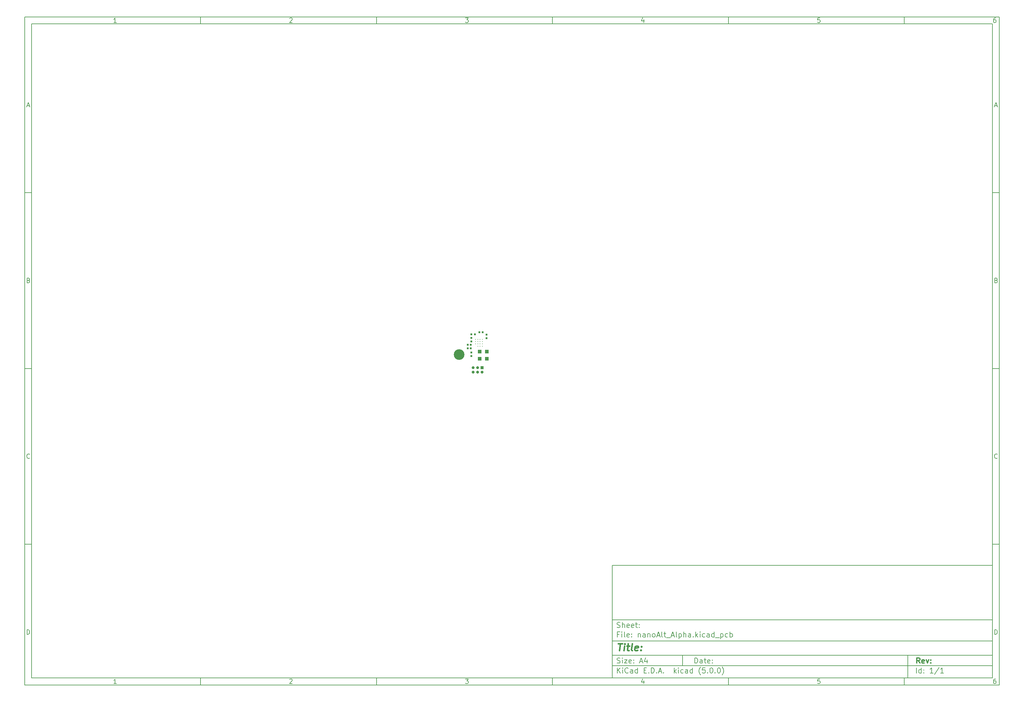
<source format=gbr>
G04 #@! TF.GenerationSoftware,KiCad,Pcbnew,(5.0.0)*
G04 #@! TF.CreationDate,2018-07-29T19:07:46+01:00*
G04 #@! TF.ProjectId,nanoAlt_Alpha,6E616E6F416C745F416C7068612E6B69,rev?*
G04 #@! TF.SameCoordinates,Original*
G04 #@! TF.FileFunction,Soldermask,Top*
G04 #@! TF.FilePolarity,Negative*
%FSLAX46Y46*%
G04 Gerber Fmt 4.6, Leading zero omitted, Abs format (unit mm)*
G04 Created by KiCad (PCBNEW (5.0.0)) date 07/29/18 19:07:46*
%MOMM*%
%LPD*%
G01*
G04 APERTURE LIST*
%ADD10C,0.100000*%
%ADD11C,0.150000*%
%ADD12C,0.300000*%
%ADD13C,0.400000*%
%ADD14R,1.025400X1.025400*%
%ADD15C,0.325400*%
%ADD16R,0.625400X0.625400*%
%ADD17C,3.025400*%
%ADD18R,0.825400X0.825400*%
%ADD19C,0.825400*%
G04 APERTURE END LIST*
D10*
D11*
X177002200Y-166007200D02*
X177002200Y-198007200D01*
X285002200Y-198007200D01*
X285002200Y-166007200D01*
X177002200Y-166007200D01*
D10*
D11*
X10000000Y-10000000D02*
X10000000Y-200007200D01*
X287002200Y-200007200D01*
X287002200Y-10000000D01*
X10000000Y-10000000D01*
D10*
D11*
X12000000Y-12000000D02*
X12000000Y-198007200D01*
X285002200Y-198007200D01*
X285002200Y-12000000D01*
X12000000Y-12000000D01*
D10*
D11*
X60000000Y-12000000D02*
X60000000Y-10000000D01*
D10*
D11*
X110000000Y-12000000D02*
X110000000Y-10000000D01*
D10*
D11*
X160000000Y-12000000D02*
X160000000Y-10000000D01*
D10*
D11*
X210000000Y-12000000D02*
X210000000Y-10000000D01*
D10*
D11*
X260000000Y-12000000D02*
X260000000Y-10000000D01*
D10*
D11*
X36065476Y-11588095D02*
X35322619Y-11588095D01*
X35694047Y-11588095D02*
X35694047Y-10288095D01*
X35570238Y-10473809D01*
X35446428Y-10597619D01*
X35322619Y-10659523D01*
D10*
D11*
X85322619Y-10411904D02*
X85384523Y-10350000D01*
X85508333Y-10288095D01*
X85817857Y-10288095D01*
X85941666Y-10350000D01*
X86003571Y-10411904D01*
X86065476Y-10535714D01*
X86065476Y-10659523D01*
X86003571Y-10845238D01*
X85260714Y-11588095D01*
X86065476Y-11588095D01*
D10*
D11*
X135260714Y-10288095D02*
X136065476Y-10288095D01*
X135632142Y-10783333D01*
X135817857Y-10783333D01*
X135941666Y-10845238D01*
X136003571Y-10907142D01*
X136065476Y-11030952D01*
X136065476Y-11340476D01*
X136003571Y-11464285D01*
X135941666Y-11526190D01*
X135817857Y-11588095D01*
X135446428Y-11588095D01*
X135322619Y-11526190D01*
X135260714Y-11464285D01*
D10*
D11*
X185941666Y-10721428D02*
X185941666Y-11588095D01*
X185632142Y-10226190D02*
X185322619Y-11154761D01*
X186127380Y-11154761D01*
D10*
D11*
X236003571Y-10288095D02*
X235384523Y-10288095D01*
X235322619Y-10907142D01*
X235384523Y-10845238D01*
X235508333Y-10783333D01*
X235817857Y-10783333D01*
X235941666Y-10845238D01*
X236003571Y-10907142D01*
X236065476Y-11030952D01*
X236065476Y-11340476D01*
X236003571Y-11464285D01*
X235941666Y-11526190D01*
X235817857Y-11588095D01*
X235508333Y-11588095D01*
X235384523Y-11526190D01*
X235322619Y-11464285D01*
D10*
D11*
X285941666Y-10288095D02*
X285694047Y-10288095D01*
X285570238Y-10350000D01*
X285508333Y-10411904D01*
X285384523Y-10597619D01*
X285322619Y-10845238D01*
X285322619Y-11340476D01*
X285384523Y-11464285D01*
X285446428Y-11526190D01*
X285570238Y-11588095D01*
X285817857Y-11588095D01*
X285941666Y-11526190D01*
X286003571Y-11464285D01*
X286065476Y-11340476D01*
X286065476Y-11030952D01*
X286003571Y-10907142D01*
X285941666Y-10845238D01*
X285817857Y-10783333D01*
X285570238Y-10783333D01*
X285446428Y-10845238D01*
X285384523Y-10907142D01*
X285322619Y-11030952D01*
D10*
D11*
X60000000Y-198007200D02*
X60000000Y-200007200D01*
D10*
D11*
X110000000Y-198007200D02*
X110000000Y-200007200D01*
D10*
D11*
X160000000Y-198007200D02*
X160000000Y-200007200D01*
D10*
D11*
X210000000Y-198007200D02*
X210000000Y-200007200D01*
D10*
D11*
X260000000Y-198007200D02*
X260000000Y-200007200D01*
D10*
D11*
X36065476Y-199595295D02*
X35322619Y-199595295D01*
X35694047Y-199595295D02*
X35694047Y-198295295D01*
X35570238Y-198481009D01*
X35446428Y-198604819D01*
X35322619Y-198666723D01*
D10*
D11*
X85322619Y-198419104D02*
X85384523Y-198357200D01*
X85508333Y-198295295D01*
X85817857Y-198295295D01*
X85941666Y-198357200D01*
X86003571Y-198419104D01*
X86065476Y-198542914D01*
X86065476Y-198666723D01*
X86003571Y-198852438D01*
X85260714Y-199595295D01*
X86065476Y-199595295D01*
D10*
D11*
X135260714Y-198295295D02*
X136065476Y-198295295D01*
X135632142Y-198790533D01*
X135817857Y-198790533D01*
X135941666Y-198852438D01*
X136003571Y-198914342D01*
X136065476Y-199038152D01*
X136065476Y-199347676D01*
X136003571Y-199471485D01*
X135941666Y-199533390D01*
X135817857Y-199595295D01*
X135446428Y-199595295D01*
X135322619Y-199533390D01*
X135260714Y-199471485D01*
D10*
D11*
X185941666Y-198728628D02*
X185941666Y-199595295D01*
X185632142Y-198233390D02*
X185322619Y-199161961D01*
X186127380Y-199161961D01*
D10*
D11*
X236003571Y-198295295D02*
X235384523Y-198295295D01*
X235322619Y-198914342D01*
X235384523Y-198852438D01*
X235508333Y-198790533D01*
X235817857Y-198790533D01*
X235941666Y-198852438D01*
X236003571Y-198914342D01*
X236065476Y-199038152D01*
X236065476Y-199347676D01*
X236003571Y-199471485D01*
X235941666Y-199533390D01*
X235817857Y-199595295D01*
X235508333Y-199595295D01*
X235384523Y-199533390D01*
X235322619Y-199471485D01*
D10*
D11*
X285941666Y-198295295D02*
X285694047Y-198295295D01*
X285570238Y-198357200D01*
X285508333Y-198419104D01*
X285384523Y-198604819D01*
X285322619Y-198852438D01*
X285322619Y-199347676D01*
X285384523Y-199471485D01*
X285446428Y-199533390D01*
X285570238Y-199595295D01*
X285817857Y-199595295D01*
X285941666Y-199533390D01*
X286003571Y-199471485D01*
X286065476Y-199347676D01*
X286065476Y-199038152D01*
X286003571Y-198914342D01*
X285941666Y-198852438D01*
X285817857Y-198790533D01*
X285570238Y-198790533D01*
X285446428Y-198852438D01*
X285384523Y-198914342D01*
X285322619Y-199038152D01*
D10*
D11*
X10000000Y-60000000D02*
X12000000Y-60000000D01*
D10*
D11*
X10000000Y-110000000D02*
X12000000Y-110000000D01*
D10*
D11*
X10000000Y-160000000D02*
X12000000Y-160000000D01*
D10*
D11*
X10690476Y-35216666D02*
X11309523Y-35216666D01*
X10566666Y-35588095D02*
X11000000Y-34288095D01*
X11433333Y-35588095D01*
D10*
D11*
X11092857Y-84907142D02*
X11278571Y-84969047D01*
X11340476Y-85030952D01*
X11402380Y-85154761D01*
X11402380Y-85340476D01*
X11340476Y-85464285D01*
X11278571Y-85526190D01*
X11154761Y-85588095D01*
X10659523Y-85588095D01*
X10659523Y-84288095D01*
X11092857Y-84288095D01*
X11216666Y-84350000D01*
X11278571Y-84411904D01*
X11340476Y-84535714D01*
X11340476Y-84659523D01*
X11278571Y-84783333D01*
X11216666Y-84845238D01*
X11092857Y-84907142D01*
X10659523Y-84907142D01*
D10*
D11*
X11402380Y-135464285D02*
X11340476Y-135526190D01*
X11154761Y-135588095D01*
X11030952Y-135588095D01*
X10845238Y-135526190D01*
X10721428Y-135402380D01*
X10659523Y-135278571D01*
X10597619Y-135030952D01*
X10597619Y-134845238D01*
X10659523Y-134597619D01*
X10721428Y-134473809D01*
X10845238Y-134350000D01*
X11030952Y-134288095D01*
X11154761Y-134288095D01*
X11340476Y-134350000D01*
X11402380Y-134411904D01*
D10*
D11*
X10659523Y-185588095D02*
X10659523Y-184288095D01*
X10969047Y-184288095D01*
X11154761Y-184350000D01*
X11278571Y-184473809D01*
X11340476Y-184597619D01*
X11402380Y-184845238D01*
X11402380Y-185030952D01*
X11340476Y-185278571D01*
X11278571Y-185402380D01*
X11154761Y-185526190D01*
X10969047Y-185588095D01*
X10659523Y-185588095D01*
D10*
D11*
X287002200Y-60000000D02*
X285002200Y-60000000D01*
D10*
D11*
X287002200Y-110000000D02*
X285002200Y-110000000D01*
D10*
D11*
X287002200Y-160000000D02*
X285002200Y-160000000D01*
D10*
D11*
X285692676Y-35216666D02*
X286311723Y-35216666D01*
X285568866Y-35588095D02*
X286002200Y-34288095D01*
X286435533Y-35588095D01*
D10*
D11*
X286095057Y-84907142D02*
X286280771Y-84969047D01*
X286342676Y-85030952D01*
X286404580Y-85154761D01*
X286404580Y-85340476D01*
X286342676Y-85464285D01*
X286280771Y-85526190D01*
X286156961Y-85588095D01*
X285661723Y-85588095D01*
X285661723Y-84288095D01*
X286095057Y-84288095D01*
X286218866Y-84350000D01*
X286280771Y-84411904D01*
X286342676Y-84535714D01*
X286342676Y-84659523D01*
X286280771Y-84783333D01*
X286218866Y-84845238D01*
X286095057Y-84907142D01*
X285661723Y-84907142D01*
D10*
D11*
X286404580Y-135464285D02*
X286342676Y-135526190D01*
X286156961Y-135588095D01*
X286033152Y-135588095D01*
X285847438Y-135526190D01*
X285723628Y-135402380D01*
X285661723Y-135278571D01*
X285599819Y-135030952D01*
X285599819Y-134845238D01*
X285661723Y-134597619D01*
X285723628Y-134473809D01*
X285847438Y-134350000D01*
X286033152Y-134288095D01*
X286156961Y-134288095D01*
X286342676Y-134350000D01*
X286404580Y-134411904D01*
D10*
D11*
X285661723Y-185588095D02*
X285661723Y-184288095D01*
X285971247Y-184288095D01*
X286156961Y-184350000D01*
X286280771Y-184473809D01*
X286342676Y-184597619D01*
X286404580Y-184845238D01*
X286404580Y-185030952D01*
X286342676Y-185278571D01*
X286280771Y-185402380D01*
X286156961Y-185526190D01*
X285971247Y-185588095D01*
X285661723Y-185588095D01*
D10*
D11*
X200434342Y-193785771D02*
X200434342Y-192285771D01*
X200791485Y-192285771D01*
X201005771Y-192357200D01*
X201148628Y-192500057D01*
X201220057Y-192642914D01*
X201291485Y-192928628D01*
X201291485Y-193142914D01*
X201220057Y-193428628D01*
X201148628Y-193571485D01*
X201005771Y-193714342D01*
X200791485Y-193785771D01*
X200434342Y-193785771D01*
X202577200Y-193785771D02*
X202577200Y-193000057D01*
X202505771Y-192857200D01*
X202362914Y-192785771D01*
X202077200Y-192785771D01*
X201934342Y-192857200D01*
X202577200Y-193714342D02*
X202434342Y-193785771D01*
X202077200Y-193785771D01*
X201934342Y-193714342D01*
X201862914Y-193571485D01*
X201862914Y-193428628D01*
X201934342Y-193285771D01*
X202077200Y-193214342D01*
X202434342Y-193214342D01*
X202577200Y-193142914D01*
X203077200Y-192785771D02*
X203648628Y-192785771D01*
X203291485Y-192285771D02*
X203291485Y-193571485D01*
X203362914Y-193714342D01*
X203505771Y-193785771D01*
X203648628Y-193785771D01*
X204720057Y-193714342D02*
X204577200Y-193785771D01*
X204291485Y-193785771D01*
X204148628Y-193714342D01*
X204077200Y-193571485D01*
X204077200Y-193000057D01*
X204148628Y-192857200D01*
X204291485Y-192785771D01*
X204577200Y-192785771D01*
X204720057Y-192857200D01*
X204791485Y-193000057D01*
X204791485Y-193142914D01*
X204077200Y-193285771D01*
X205434342Y-193642914D02*
X205505771Y-193714342D01*
X205434342Y-193785771D01*
X205362914Y-193714342D01*
X205434342Y-193642914D01*
X205434342Y-193785771D01*
X205434342Y-192857200D02*
X205505771Y-192928628D01*
X205434342Y-193000057D01*
X205362914Y-192928628D01*
X205434342Y-192857200D01*
X205434342Y-193000057D01*
D10*
D11*
X177002200Y-194507200D02*
X285002200Y-194507200D01*
D10*
D11*
X178434342Y-196585771D02*
X178434342Y-195085771D01*
X179291485Y-196585771D02*
X178648628Y-195728628D01*
X179291485Y-195085771D02*
X178434342Y-195942914D01*
X179934342Y-196585771D02*
X179934342Y-195585771D01*
X179934342Y-195085771D02*
X179862914Y-195157200D01*
X179934342Y-195228628D01*
X180005771Y-195157200D01*
X179934342Y-195085771D01*
X179934342Y-195228628D01*
X181505771Y-196442914D02*
X181434342Y-196514342D01*
X181220057Y-196585771D01*
X181077200Y-196585771D01*
X180862914Y-196514342D01*
X180720057Y-196371485D01*
X180648628Y-196228628D01*
X180577200Y-195942914D01*
X180577200Y-195728628D01*
X180648628Y-195442914D01*
X180720057Y-195300057D01*
X180862914Y-195157200D01*
X181077200Y-195085771D01*
X181220057Y-195085771D01*
X181434342Y-195157200D01*
X181505771Y-195228628D01*
X182791485Y-196585771D02*
X182791485Y-195800057D01*
X182720057Y-195657200D01*
X182577200Y-195585771D01*
X182291485Y-195585771D01*
X182148628Y-195657200D01*
X182791485Y-196514342D02*
X182648628Y-196585771D01*
X182291485Y-196585771D01*
X182148628Y-196514342D01*
X182077200Y-196371485D01*
X182077200Y-196228628D01*
X182148628Y-196085771D01*
X182291485Y-196014342D01*
X182648628Y-196014342D01*
X182791485Y-195942914D01*
X184148628Y-196585771D02*
X184148628Y-195085771D01*
X184148628Y-196514342D02*
X184005771Y-196585771D01*
X183720057Y-196585771D01*
X183577200Y-196514342D01*
X183505771Y-196442914D01*
X183434342Y-196300057D01*
X183434342Y-195871485D01*
X183505771Y-195728628D01*
X183577200Y-195657200D01*
X183720057Y-195585771D01*
X184005771Y-195585771D01*
X184148628Y-195657200D01*
X186005771Y-195800057D02*
X186505771Y-195800057D01*
X186720057Y-196585771D02*
X186005771Y-196585771D01*
X186005771Y-195085771D01*
X186720057Y-195085771D01*
X187362914Y-196442914D02*
X187434342Y-196514342D01*
X187362914Y-196585771D01*
X187291485Y-196514342D01*
X187362914Y-196442914D01*
X187362914Y-196585771D01*
X188077200Y-196585771D02*
X188077200Y-195085771D01*
X188434342Y-195085771D01*
X188648628Y-195157200D01*
X188791485Y-195300057D01*
X188862914Y-195442914D01*
X188934342Y-195728628D01*
X188934342Y-195942914D01*
X188862914Y-196228628D01*
X188791485Y-196371485D01*
X188648628Y-196514342D01*
X188434342Y-196585771D01*
X188077200Y-196585771D01*
X189577200Y-196442914D02*
X189648628Y-196514342D01*
X189577200Y-196585771D01*
X189505771Y-196514342D01*
X189577200Y-196442914D01*
X189577200Y-196585771D01*
X190220057Y-196157200D02*
X190934342Y-196157200D01*
X190077200Y-196585771D02*
X190577200Y-195085771D01*
X191077200Y-196585771D01*
X191577200Y-196442914D02*
X191648628Y-196514342D01*
X191577200Y-196585771D01*
X191505771Y-196514342D01*
X191577200Y-196442914D01*
X191577200Y-196585771D01*
X194577200Y-196585771D02*
X194577200Y-195085771D01*
X194720057Y-196014342D02*
X195148628Y-196585771D01*
X195148628Y-195585771D02*
X194577200Y-196157200D01*
X195791485Y-196585771D02*
X195791485Y-195585771D01*
X195791485Y-195085771D02*
X195720057Y-195157200D01*
X195791485Y-195228628D01*
X195862914Y-195157200D01*
X195791485Y-195085771D01*
X195791485Y-195228628D01*
X197148628Y-196514342D02*
X197005771Y-196585771D01*
X196720057Y-196585771D01*
X196577200Y-196514342D01*
X196505771Y-196442914D01*
X196434342Y-196300057D01*
X196434342Y-195871485D01*
X196505771Y-195728628D01*
X196577200Y-195657200D01*
X196720057Y-195585771D01*
X197005771Y-195585771D01*
X197148628Y-195657200D01*
X198434342Y-196585771D02*
X198434342Y-195800057D01*
X198362914Y-195657200D01*
X198220057Y-195585771D01*
X197934342Y-195585771D01*
X197791485Y-195657200D01*
X198434342Y-196514342D02*
X198291485Y-196585771D01*
X197934342Y-196585771D01*
X197791485Y-196514342D01*
X197720057Y-196371485D01*
X197720057Y-196228628D01*
X197791485Y-196085771D01*
X197934342Y-196014342D01*
X198291485Y-196014342D01*
X198434342Y-195942914D01*
X199791485Y-196585771D02*
X199791485Y-195085771D01*
X199791485Y-196514342D02*
X199648628Y-196585771D01*
X199362914Y-196585771D01*
X199220057Y-196514342D01*
X199148628Y-196442914D01*
X199077200Y-196300057D01*
X199077200Y-195871485D01*
X199148628Y-195728628D01*
X199220057Y-195657200D01*
X199362914Y-195585771D01*
X199648628Y-195585771D01*
X199791485Y-195657200D01*
X202077200Y-197157200D02*
X202005771Y-197085771D01*
X201862914Y-196871485D01*
X201791485Y-196728628D01*
X201720057Y-196514342D01*
X201648628Y-196157200D01*
X201648628Y-195871485D01*
X201720057Y-195514342D01*
X201791485Y-195300057D01*
X201862914Y-195157200D01*
X202005771Y-194942914D01*
X202077200Y-194871485D01*
X203362914Y-195085771D02*
X202648628Y-195085771D01*
X202577200Y-195800057D01*
X202648628Y-195728628D01*
X202791485Y-195657200D01*
X203148628Y-195657200D01*
X203291485Y-195728628D01*
X203362914Y-195800057D01*
X203434342Y-195942914D01*
X203434342Y-196300057D01*
X203362914Y-196442914D01*
X203291485Y-196514342D01*
X203148628Y-196585771D01*
X202791485Y-196585771D01*
X202648628Y-196514342D01*
X202577200Y-196442914D01*
X204077200Y-196442914D02*
X204148628Y-196514342D01*
X204077200Y-196585771D01*
X204005771Y-196514342D01*
X204077200Y-196442914D01*
X204077200Y-196585771D01*
X205077200Y-195085771D02*
X205220057Y-195085771D01*
X205362914Y-195157200D01*
X205434342Y-195228628D01*
X205505771Y-195371485D01*
X205577200Y-195657200D01*
X205577200Y-196014342D01*
X205505771Y-196300057D01*
X205434342Y-196442914D01*
X205362914Y-196514342D01*
X205220057Y-196585771D01*
X205077200Y-196585771D01*
X204934342Y-196514342D01*
X204862914Y-196442914D01*
X204791485Y-196300057D01*
X204720057Y-196014342D01*
X204720057Y-195657200D01*
X204791485Y-195371485D01*
X204862914Y-195228628D01*
X204934342Y-195157200D01*
X205077200Y-195085771D01*
X206220057Y-196442914D02*
X206291485Y-196514342D01*
X206220057Y-196585771D01*
X206148628Y-196514342D01*
X206220057Y-196442914D01*
X206220057Y-196585771D01*
X207220057Y-195085771D02*
X207362914Y-195085771D01*
X207505771Y-195157200D01*
X207577200Y-195228628D01*
X207648628Y-195371485D01*
X207720057Y-195657200D01*
X207720057Y-196014342D01*
X207648628Y-196300057D01*
X207577200Y-196442914D01*
X207505771Y-196514342D01*
X207362914Y-196585771D01*
X207220057Y-196585771D01*
X207077200Y-196514342D01*
X207005771Y-196442914D01*
X206934342Y-196300057D01*
X206862914Y-196014342D01*
X206862914Y-195657200D01*
X206934342Y-195371485D01*
X207005771Y-195228628D01*
X207077200Y-195157200D01*
X207220057Y-195085771D01*
X208220057Y-197157200D02*
X208291485Y-197085771D01*
X208434342Y-196871485D01*
X208505771Y-196728628D01*
X208577200Y-196514342D01*
X208648628Y-196157200D01*
X208648628Y-195871485D01*
X208577200Y-195514342D01*
X208505771Y-195300057D01*
X208434342Y-195157200D01*
X208291485Y-194942914D01*
X208220057Y-194871485D01*
D10*
D11*
X177002200Y-191507200D02*
X285002200Y-191507200D01*
D10*
D12*
X264411485Y-193785771D02*
X263911485Y-193071485D01*
X263554342Y-193785771D02*
X263554342Y-192285771D01*
X264125771Y-192285771D01*
X264268628Y-192357200D01*
X264340057Y-192428628D01*
X264411485Y-192571485D01*
X264411485Y-192785771D01*
X264340057Y-192928628D01*
X264268628Y-193000057D01*
X264125771Y-193071485D01*
X263554342Y-193071485D01*
X265625771Y-193714342D02*
X265482914Y-193785771D01*
X265197200Y-193785771D01*
X265054342Y-193714342D01*
X264982914Y-193571485D01*
X264982914Y-193000057D01*
X265054342Y-192857200D01*
X265197200Y-192785771D01*
X265482914Y-192785771D01*
X265625771Y-192857200D01*
X265697200Y-193000057D01*
X265697200Y-193142914D01*
X264982914Y-193285771D01*
X266197200Y-192785771D02*
X266554342Y-193785771D01*
X266911485Y-192785771D01*
X267482914Y-193642914D02*
X267554342Y-193714342D01*
X267482914Y-193785771D01*
X267411485Y-193714342D01*
X267482914Y-193642914D01*
X267482914Y-193785771D01*
X267482914Y-192857200D02*
X267554342Y-192928628D01*
X267482914Y-193000057D01*
X267411485Y-192928628D01*
X267482914Y-192857200D01*
X267482914Y-193000057D01*
D10*
D11*
X178362914Y-193714342D02*
X178577200Y-193785771D01*
X178934342Y-193785771D01*
X179077200Y-193714342D01*
X179148628Y-193642914D01*
X179220057Y-193500057D01*
X179220057Y-193357200D01*
X179148628Y-193214342D01*
X179077200Y-193142914D01*
X178934342Y-193071485D01*
X178648628Y-193000057D01*
X178505771Y-192928628D01*
X178434342Y-192857200D01*
X178362914Y-192714342D01*
X178362914Y-192571485D01*
X178434342Y-192428628D01*
X178505771Y-192357200D01*
X178648628Y-192285771D01*
X179005771Y-192285771D01*
X179220057Y-192357200D01*
X179862914Y-193785771D02*
X179862914Y-192785771D01*
X179862914Y-192285771D02*
X179791485Y-192357200D01*
X179862914Y-192428628D01*
X179934342Y-192357200D01*
X179862914Y-192285771D01*
X179862914Y-192428628D01*
X180434342Y-192785771D02*
X181220057Y-192785771D01*
X180434342Y-193785771D01*
X181220057Y-193785771D01*
X182362914Y-193714342D02*
X182220057Y-193785771D01*
X181934342Y-193785771D01*
X181791485Y-193714342D01*
X181720057Y-193571485D01*
X181720057Y-193000057D01*
X181791485Y-192857200D01*
X181934342Y-192785771D01*
X182220057Y-192785771D01*
X182362914Y-192857200D01*
X182434342Y-193000057D01*
X182434342Y-193142914D01*
X181720057Y-193285771D01*
X183077200Y-193642914D02*
X183148628Y-193714342D01*
X183077200Y-193785771D01*
X183005771Y-193714342D01*
X183077200Y-193642914D01*
X183077200Y-193785771D01*
X183077200Y-192857200D02*
X183148628Y-192928628D01*
X183077200Y-193000057D01*
X183005771Y-192928628D01*
X183077200Y-192857200D01*
X183077200Y-193000057D01*
X184862914Y-193357200D02*
X185577200Y-193357200D01*
X184720057Y-193785771D02*
X185220057Y-192285771D01*
X185720057Y-193785771D01*
X186862914Y-192785771D02*
X186862914Y-193785771D01*
X186505771Y-192214342D02*
X186148628Y-193285771D01*
X187077200Y-193285771D01*
D10*
D11*
X263434342Y-196585771D02*
X263434342Y-195085771D01*
X264791485Y-196585771D02*
X264791485Y-195085771D01*
X264791485Y-196514342D02*
X264648628Y-196585771D01*
X264362914Y-196585771D01*
X264220057Y-196514342D01*
X264148628Y-196442914D01*
X264077200Y-196300057D01*
X264077200Y-195871485D01*
X264148628Y-195728628D01*
X264220057Y-195657200D01*
X264362914Y-195585771D01*
X264648628Y-195585771D01*
X264791485Y-195657200D01*
X265505771Y-196442914D02*
X265577200Y-196514342D01*
X265505771Y-196585771D01*
X265434342Y-196514342D01*
X265505771Y-196442914D01*
X265505771Y-196585771D01*
X265505771Y-195657200D02*
X265577200Y-195728628D01*
X265505771Y-195800057D01*
X265434342Y-195728628D01*
X265505771Y-195657200D01*
X265505771Y-195800057D01*
X268148628Y-196585771D02*
X267291485Y-196585771D01*
X267720057Y-196585771D02*
X267720057Y-195085771D01*
X267577200Y-195300057D01*
X267434342Y-195442914D01*
X267291485Y-195514342D01*
X269862914Y-195014342D02*
X268577200Y-196942914D01*
X271148628Y-196585771D02*
X270291485Y-196585771D01*
X270720057Y-196585771D02*
X270720057Y-195085771D01*
X270577200Y-195300057D01*
X270434342Y-195442914D01*
X270291485Y-195514342D01*
D10*
D11*
X177002200Y-187507200D02*
X285002200Y-187507200D01*
D10*
D13*
X178714580Y-188211961D02*
X179857438Y-188211961D01*
X179036009Y-190211961D02*
X179286009Y-188211961D01*
X180274104Y-190211961D02*
X180440771Y-188878628D01*
X180524104Y-188211961D02*
X180416961Y-188307200D01*
X180500295Y-188402438D01*
X180607438Y-188307200D01*
X180524104Y-188211961D01*
X180500295Y-188402438D01*
X181107438Y-188878628D02*
X181869342Y-188878628D01*
X181476485Y-188211961D02*
X181262200Y-189926247D01*
X181333628Y-190116723D01*
X181512200Y-190211961D01*
X181702676Y-190211961D01*
X182655057Y-190211961D02*
X182476485Y-190116723D01*
X182405057Y-189926247D01*
X182619342Y-188211961D01*
X184190771Y-190116723D02*
X183988390Y-190211961D01*
X183607438Y-190211961D01*
X183428866Y-190116723D01*
X183357438Y-189926247D01*
X183452676Y-189164342D01*
X183571723Y-188973866D01*
X183774104Y-188878628D01*
X184155057Y-188878628D01*
X184333628Y-188973866D01*
X184405057Y-189164342D01*
X184381247Y-189354819D01*
X183405057Y-189545295D01*
X185155057Y-190021485D02*
X185238390Y-190116723D01*
X185131247Y-190211961D01*
X185047914Y-190116723D01*
X185155057Y-190021485D01*
X185131247Y-190211961D01*
X185286009Y-188973866D02*
X185369342Y-189069104D01*
X185262200Y-189164342D01*
X185178866Y-189069104D01*
X185286009Y-188973866D01*
X185262200Y-189164342D01*
D10*
D11*
X178934342Y-185600057D02*
X178434342Y-185600057D01*
X178434342Y-186385771D02*
X178434342Y-184885771D01*
X179148628Y-184885771D01*
X179720057Y-186385771D02*
X179720057Y-185385771D01*
X179720057Y-184885771D02*
X179648628Y-184957200D01*
X179720057Y-185028628D01*
X179791485Y-184957200D01*
X179720057Y-184885771D01*
X179720057Y-185028628D01*
X180648628Y-186385771D02*
X180505771Y-186314342D01*
X180434342Y-186171485D01*
X180434342Y-184885771D01*
X181791485Y-186314342D02*
X181648628Y-186385771D01*
X181362914Y-186385771D01*
X181220057Y-186314342D01*
X181148628Y-186171485D01*
X181148628Y-185600057D01*
X181220057Y-185457200D01*
X181362914Y-185385771D01*
X181648628Y-185385771D01*
X181791485Y-185457200D01*
X181862914Y-185600057D01*
X181862914Y-185742914D01*
X181148628Y-185885771D01*
X182505771Y-186242914D02*
X182577200Y-186314342D01*
X182505771Y-186385771D01*
X182434342Y-186314342D01*
X182505771Y-186242914D01*
X182505771Y-186385771D01*
X182505771Y-185457200D02*
X182577200Y-185528628D01*
X182505771Y-185600057D01*
X182434342Y-185528628D01*
X182505771Y-185457200D01*
X182505771Y-185600057D01*
X184362914Y-185385771D02*
X184362914Y-186385771D01*
X184362914Y-185528628D02*
X184434342Y-185457200D01*
X184577200Y-185385771D01*
X184791485Y-185385771D01*
X184934342Y-185457200D01*
X185005771Y-185600057D01*
X185005771Y-186385771D01*
X186362914Y-186385771D02*
X186362914Y-185600057D01*
X186291485Y-185457200D01*
X186148628Y-185385771D01*
X185862914Y-185385771D01*
X185720057Y-185457200D01*
X186362914Y-186314342D02*
X186220057Y-186385771D01*
X185862914Y-186385771D01*
X185720057Y-186314342D01*
X185648628Y-186171485D01*
X185648628Y-186028628D01*
X185720057Y-185885771D01*
X185862914Y-185814342D01*
X186220057Y-185814342D01*
X186362914Y-185742914D01*
X187077200Y-185385771D02*
X187077200Y-186385771D01*
X187077200Y-185528628D02*
X187148628Y-185457200D01*
X187291485Y-185385771D01*
X187505771Y-185385771D01*
X187648628Y-185457200D01*
X187720057Y-185600057D01*
X187720057Y-186385771D01*
X188648628Y-186385771D02*
X188505771Y-186314342D01*
X188434342Y-186242914D01*
X188362914Y-186100057D01*
X188362914Y-185671485D01*
X188434342Y-185528628D01*
X188505771Y-185457200D01*
X188648628Y-185385771D01*
X188862914Y-185385771D01*
X189005771Y-185457200D01*
X189077200Y-185528628D01*
X189148628Y-185671485D01*
X189148628Y-186100057D01*
X189077200Y-186242914D01*
X189005771Y-186314342D01*
X188862914Y-186385771D01*
X188648628Y-186385771D01*
X189720057Y-185957200D02*
X190434342Y-185957200D01*
X189577200Y-186385771D02*
X190077200Y-184885771D01*
X190577200Y-186385771D01*
X191291485Y-186385771D02*
X191148628Y-186314342D01*
X191077200Y-186171485D01*
X191077200Y-184885771D01*
X191648628Y-185385771D02*
X192220057Y-185385771D01*
X191862914Y-184885771D02*
X191862914Y-186171485D01*
X191934342Y-186314342D01*
X192077200Y-186385771D01*
X192220057Y-186385771D01*
X192362914Y-186528628D02*
X193505771Y-186528628D01*
X193791485Y-185957200D02*
X194505771Y-185957200D01*
X193648628Y-186385771D02*
X194148628Y-184885771D01*
X194648628Y-186385771D01*
X195362914Y-186385771D02*
X195220057Y-186314342D01*
X195148628Y-186171485D01*
X195148628Y-184885771D01*
X195934342Y-185385771D02*
X195934342Y-186885771D01*
X195934342Y-185457200D02*
X196077200Y-185385771D01*
X196362914Y-185385771D01*
X196505771Y-185457200D01*
X196577200Y-185528628D01*
X196648628Y-185671485D01*
X196648628Y-186100057D01*
X196577200Y-186242914D01*
X196505771Y-186314342D01*
X196362914Y-186385771D01*
X196077200Y-186385771D01*
X195934342Y-186314342D01*
X197291485Y-186385771D02*
X197291485Y-184885771D01*
X197934342Y-186385771D02*
X197934342Y-185600057D01*
X197862914Y-185457200D01*
X197720057Y-185385771D01*
X197505771Y-185385771D01*
X197362914Y-185457200D01*
X197291485Y-185528628D01*
X199291485Y-186385771D02*
X199291485Y-185600057D01*
X199220057Y-185457200D01*
X199077200Y-185385771D01*
X198791485Y-185385771D01*
X198648628Y-185457200D01*
X199291485Y-186314342D02*
X199148628Y-186385771D01*
X198791485Y-186385771D01*
X198648628Y-186314342D01*
X198577200Y-186171485D01*
X198577200Y-186028628D01*
X198648628Y-185885771D01*
X198791485Y-185814342D01*
X199148628Y-185814342D01*
X199291485Y-185742914D01*
X200005771Y-186242914D02*
X200077200Y-186314342D01*
X200005771Y-186385771D01*
X199934342Y-186314342D01*
X200005771Y-186242914D01*
X200005771Y-186385771D01*
X200720057Y-186385771D02*
X200720057Y-184885771D01*
X200862914Y-185814342D02*
X201291485Y-186385771D01*
X201291485Y-185385771D02*
X200720057Y-185957200D01*
X201934342Y-186385771D02*
X201934342Y-185385771D01*
X201934342Y-184885771D02*
X201862914Y-184957200D01*
X201934342Y-185028628D01*
X202005771Y-184957200D01*
X201934342Y-184885771D01*
X201934342Y-185028628D01*
X203291485Y-186314342D02*
X203148628Y-186385771D01*
X202862914Y-186385771D01*
X202720057Y-186314342D01*
X202648628Y-186242914D01*
X202577200Y-186100057D01*
X202577200Y-185671485D01*
X202648628Y-185528628D01*
X202720057Y-185457200D01*
X202862914Y-185385771D01*
X203148628Y-185385771D01*
X203291485Y-185457200D01*
X204577200Y-186385771D02*
X204577200Y-185600057D01*
X204505771Y-185457200D01*
X204362914Y-185385771D01*
X204077200Y-185385771D01*
X203934342Y-185457200D01*
X204577200Y-186314342D02*
X204434342Y-186385771D01*
X204077200Y-186385771D01*
X203934342Y-186314342D01*
X203862914Y-186171485D01*
X203862914Y-186028628D01*
X203934342Y-185885771D01*
X204077200Y-185814342D01*
X204434342Y-185814342D01*
X204577200Y-185742914D01*
X205934342Y-186385771D02*
X205934342Y-184885771D01*
X205934342Y-186314342D02*
X205791485Y-186385771D01*
X205505771Y-186385771D01*
X205362914Y-186314342D01*
X205291485Y-186242914D01*
X205220057Y-186100057D01*
X205220057Y-185671485D01*
X205291485Y-185528628D01*
X205362914Y-185457200D01*
X205505771Y-185385771D01*
X205791485Y-185385771D01*
X205934342Y-185457200D01*
X206291485Y-186528628D02*
X207434342Y-186528628D01*
X207791485Y-185385771D02*
X207791485Y-186885771D01*
X207791485Y-185457200D02*
X207934342Y-185385771D01*
X208220057Y-185385771D01*
X208362914Y-185457200D01*
X208434342Y-185528628D01*
X208505771Y-185671485D01*
X208505771Y-186100057D01*
X208434342Y-186242914D01*
X208362914Y-186314342D01*
X208220057Y-186385771D01*
X207934342Y-186385771D01*
X207791485Y-186314342D01*
X209791485Y-186314342D02*
X209648628Y-186385771D01*
X209362914Y-186385771D01*
X209220057Y-186314342D01*
X209148628Y-186242914D01*
X209077200Y-186100057D01*
X209077200Y-185671485D01*
X209148628Y-185528628D01*
X209220057Y-185457200D01*
X209362914Y-185385771D01*
X209648628Y-185385771D01*
X209791485Y-185457200D01*
X210434342Y-186385771D02*
X210434342Y-184885771D01*
X210434342Y-185457200D02*
X210577200Y-185385771D01*
X210862914Y-185385771D01*
X211005771Y-185457200D01*
X211077200Y-185528628D01*
X211148628Y-185671485D01*
X211148628Y-186100057D01*
X211077200Y-186242914D01*
X211005771Y-186314342D01*
X210862914Y-186385771D01*
X210577200Y-186385771D01*
X210434342Y-186314342D01*
D10*
D11*
X177002200Y-181507200D02*
X285002200Y-181507200D01*
D10*
D11*
X178362914Y-183614342D02*
X178577200Y-183685771D01*
X178934342Y-183685771D01*
X179077200Y-183614342D01*
X179148628Y-183542914D01*
X179220057Y-183400057D01*
X179220057Y-183257200D01*
X179148628Y-183114342D01*
X179077200Y-183042914D01*
X178934342Y-182971485D01*
X178648628Y-182900057D01*
X178505771Y-182828628D01*
X178434342Y-182757200D01*
X178362914Y-182614342D01*
X178362914Y-182471485D01*
X178434342Y-182328628D01*
X178505771Y-182257200D01*
X178648628Y-182185771D01*
X179005771Y-182185771D01*
X179220057Y-182257200D01*
X179862914Y-183685771D02*
X179862914Y-182185771D01*
X180505771Y-183685771D02*
X180505771Y-182900057D01*
X180434342Y-182757200D01*
X180291485Y-182685771D01*
X180077200Y-182685771D01*
X179934342Y-182757200D01*
X179862914Y-182828628D01*
X181791485Y-183614342D02*
X181648628Y-183685771D01*
X181362914Y-183685771D01*
X181220057Y-183614342D01*
X181148628Y-183471485D01*
X181148628Y-182900057D01*
X181220057Y-182757200D01*
X181362914Y-182685771D01*
X181648628Y-182685771D01*
X181791485Y-182757200D01*
X181862914Y-182900057D01*
X181862914Y-183042914D01*
X181148628Y-183185771D01*
X183077200Y-183614342D02*
X182934342Y-183685771D01*
X182648628Y-183685771D01*
X182505771Y-183614342D01*
X182434342Y-183471485D01*
X182434342Y-182900057D01*
X182505771Y-182757200D01*
X182648628Y-182685771D01*
X182934342Y-182685771D01*
X183077200Y-182757200D01*
X183148628Y-182900057D01*
X183148628Y-183042914D01*
X182434342Y-183185771D01*
X183577200Y-182685771D02*
X184148628Y-182685771D01*
X183791485Y-182185771D02*
X183791485Y-183471485D01*
X183862914Y-183614342D01*
X184005771Y-183685771D01*
X184148628Y-183685771D01*
X184648628Y-183542914D02*
X184720057Y-183614342D01*
X184648628Y-183685771D01*
X184577200Y-183614342D01*
X184648628Y-183542914D01*
X184648628Y-183685771D01*
X184648628Y-182757200D02*
X184720057Y-182828628D01*
X184648628Y-182900057D01*
X184577200Y-182828628D01*
X184648628Y-182757200D01*
X184648628Y-182900057D01*
D10*
D11*
X197002200Y-191507200D02*
X197002200Y-194507200D01*
D10*
D11*
X261002200Y-191507200D02*
X261002200Y-198007200D01*
D14*
G04 #@! TO.C,IC1*
X139350000Y-105200000D03*
X139350000Y-107200000D03*
X141350000Y-107200000D03*
X141350000Y-105200000D03*
G04 #@! TD*
D15*
G04 #@! TO.C,U1*
X140071500Y-103622500D03*
X140071500Y-102972500D03*
X140071500Y-102322500D03*
X140071500Y-101672500D03*
X139421500Y-101672500D03*
X139421500Y-102322500D03*
X139421500Y-102972500D03*
X139421500Y-103622500D03*
X138771500Y-103622500D03*
X138771500Y-102972500D03*
X138771500Y-102322500D03*
X138771500Y-101672500D03*
X138121500Y-101672500D03*
X138121500Y-102322500D03*
X138121500Y-102972500D03*
G04 #@! TD*
D16*
G04 #@! TO.C,D1*
X137960000Y-100257000D03*
X136960000Y-100257000D03*
G04 #@! TD*
G04 #@! TO.C,R2*
X136750000Y-104249500D03*
X136750000Y-103249500D03*
G04 #@! TD*
G04 #@! TO.C,R3*
X135880500Y-103249500D03*
X135880500Y-104249500D03*
G04 #@! TD*
G04 #@! TO.C,R4*
X136960000Y-101281000D03*
X136960000Y-102281000D03*
G04 #@! TD*
G04 #@! TO.C,C1*
X141270000Y-100370000D03*
X141270000Y-101370000D03*
G04 #@! TD*
G04 #@! TO.C,C2*
X136960000Y-105472000D03*
X136960000Y-106472000D03*
G04 #@! TD*
G04 #@! TO.C,R1*
X139190500Y-99685500D03*
X140190500Y-99685500D03*
G04 #@! TD*
D17*
G04 #@! TO.C,INTEGRATE*
X133500000Y-106000000D03*
G04 #@! TD*
D18*
G04 #@! TO.C,J1*
X139954000Y-109728000D03*
D19*
X139954000Y-110998000D03*
X138684000Y-109728000D03*
X138684000Y-110998000D03*
X137414000Y-109728000D03*
X137414000Y-110998000D03*
G04 #@! TD*
M02*

</source>
